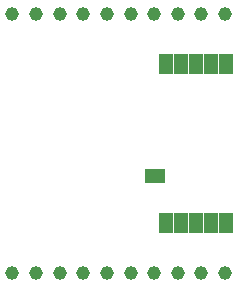
<source format=gbs>
G04 (created by PCBNEW (22-Jun-2014 BZR 4027)-stable) date Sun 21 Feb 2016 08:37:06 PM EET*
%MOIN*%
G04 Gerber Fmt 3.4, Leading zero omitted, Abs format*
%FSLAX34Y34*%
G01*
G70*
G90*
G04 APERTURE LIST*
%ADD10C,0.00590551*%
%ADD11R,0.0472441X0.0708661*%
%ADD12R,0.0708661X0.0472441*%
%ADD13C,0.0452756*%
G04 APERTURE END LIST*
G54D10*
G54D11*
X69385Y-46259D03*
X68885Y-46259D03*
X68385Y-46259D03*
X67885Y-46259D03*
X67385Y-46259D03*
G54D12*
X66992Y-44685D03*
G54D11*
X67385Y-40944D03*
X67885Y-40944D03*
X68385Y-40944D03*
X68885Y-40944D03*
X69385Y-40944D03*
G54D13*
X69342Y-39271D03*
X68555Y-39271D03*
X67767Y-39271D03*
X66980Y-39271D03*
X66192Y-39271D03*
X65405Y-39271D03*
X64618Y-39271D03*
X63830Y-39271D03*
X63043Y-39271D03*
X62255Y-39271D03*
X69342Y-47933D03*
X68555Y-47933D03*
X67767Y-47933D03*
X66980Y-47933D03*
X66192Y-47933D03*
X65405Y-47933D03*
X64618Y-47933D03*
X63830Y-47933D03*
X63043Y-47933D03*
X62255Y-47933D03*
M02*

</source>
